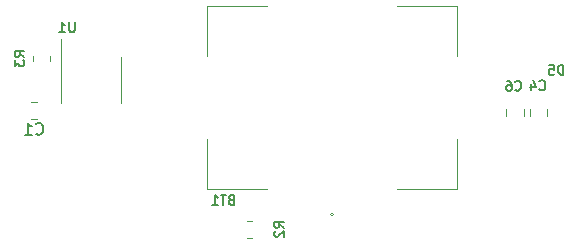
<source format=gbr>
%TF.GenerationSoftware,KiCad,Pcbnew,5.1.10-88a1d61d58~90~ubuntu20.04.1*%
%TF.CreationDate,2021-11-15T19:50:34+00:00*%
%TF.ProjectId,daughter_board,64617567-6874-4657-925f-626f6172642e,rev?*%
%TF.SameCoordinates,Original*%
%TF.FileFunction,Legend,Bot*%
%TF.FilePolarity,Positive*%
%FSLAX46Y46*%
G04 Gerber Fmt 4.6, Leading zero omitted, Abs format (unit mm)*
G04 Created by KiCad (PCBNEW 5.1.10-88a1d61d58~90~ubuntu20.04.1) date 2021-11-15 19:50:34*
%MOMM*%
%LPD*%
G01*
G04 APERTURE LIST*
%ADD10C,0.120000*%
%ADD11C,0.150000*%
G04 APERTURE END LIST*
D10*
%TO.C,C4*%
X154235000Y-109436252D02*
X154235000Y-108913748D01*
X152765000Y-109436252D02*
X152765000Y-108913748D01*
%TO.C,C1*%
X111061252Y-108265000D02*
X110538748Y-108265000D01*
X111061252Y-109735000D02*
X110538748Y-109735000D01*
%TO.C,BT1*%
X136150000Y-117800000D02*
G75*
G03*
X136150000Y-117800000I-125000J0D01*
G01*
X125475000Y-100175000D02*
X125475000Y-104425000D01*
X125475000Y-115675000D02*
X125475000Y-111425000D01*
X146575000Y-115675000D02*
X146575000Y-111425000D01*
X146575000Y-100175000D02*
X146575000Y-104425000D01*
X125475000Y-115675000D02*
X130525000Y-115675000D01*
X146575000Y-115675000D02*
X141525000Y-115675000D01*
X125475000Y-100175000D02*
X130525000Y-100175000D01*
X146575000Y-100175000D02*
X141525000Y-100175000D01*
%TO.C,C6*%
X152235000Y-109436252D02*
X152235000Y-108913748D01*
X150765000Y-109436252D02*
X150765000Y-108913748D01*
%TO.C,U1*%
X113040000Y-106400000D02*
X113040000Y-102950000D01*
X113040000Y-106400000D02*
X113040000Y-108350000D01*
X118160000Y-106400000D02*
X118160000Y-104450000D01*
X118160000Y-106400000D02*
X118160000Y-108350000D01*
%TO.C,R3*%
X112135000Y-104827064D02*
X112135000Y-104372936D01*
X110665000Y-104827064D02*
X110665000Y-104372936D01*
%TO.C,R2*%
X129252064Y-118365000D02*
X128797936Y-118365000D01*
X129252064Y-119835000D02*
X128797936Y-119835000D01*
%TO.C,C4*%
D11*
X153586666Y-107192857D02*
X153625714Y-107231904D01*
X153742857Y-107270952D01*
X153820952Y-107270952D01*
X153938095Y-107231904D01*
X154016190Y-107153809D01*
X154055238Y-107075714D01*
X154094285Y-106919523D01*
X154094285Y-106802380D01*
X154055238Y-106646190D01*
X154016190Y-106568095D01*
X153938095Y-106490000D01*
X153820952Y-106450952D01*
X153742857Y-106450952D01*
X153625714Y-106490000D01*
X153586666Y-106529047D01*
X152883809Y-106724285D02*
X152883809Y-107270952D01*
X153079047Y-106411904D02*
X153274285Y-106997619D01*
X152766666Y-106997619D01*
%TO.C,C1*%
X110966666Y-110957142D02*
X111014285Y-111004761D01*
X111157142Y-111052380D01*
X111252380Y-111052380D01*
X111395238Y-111004761D01*
X111490476Y-110909523D01*
X111538095Y-110814285D01*
X111585714Y-110623809D01*
X111585714Y-110480952D01*
X111538095Y-110290476D01*
X111490476Y-110195238D01*
X111395238Y-110100000D01*
X111252380Y-110052380D01*
X111157142Y-110052380D01*
X111014285Y-110100000D01*
X110966666Y-110147619D01*
X110014285Y-111052380D02*
X110585714Y-111052380D01*
X110300000Y-111052380D02*
X110300000Y-110052380D01*
X110395238Y-110195238D01*
X110490476Y-110290476D01*
X110585714Y-110338095D01*
%TO.C,BT1*%
X127479642Y-116541428D02*
X127362500Y-116580476D01*
X127323452Y-116619523D01*
X127284404Y-116697619D01*
X127284404Y-116814761D01*
X127323452Y-116892857D01*
X127362500Y-116931904D01*
X127440595Y-116970952D01*
X127752976Y-116970952D01*
X127752976Y-116150952D01*
X127479642Y-116150952D01*
X127401547Y-116190000D01*
X127362500Y-116229047D01*
X127323452Y-116307142D01*
X127323452Y-116385238D01*
X127362500Y-116463333D01*
X127401547Y-116502380D01*
X127479642Y-116541428D01*
X127752976Y-116541428D01*
X127050119Y-116150952D02*
X126581547Y-116150952D01*
X126815833Y-116970952D02*
X126815833Y-116150952D01*
X125878690Y-116970952D02*
X126347261Y-116970952D01*
X126112976Y-116970952D02*
X126112976Y-116150952D01*
X126191071Y-116268095D01*
X126269166Y-116346190D01*
X126347261Y-116385238D01*
%TO.C,C6*%
X151536666Y-107242857D02*
X151575714Y-107281904D01*
X151692857Y-107320952D01*
X151770952Y-107320952D01*
X151888095Y-107281904D01*
X151966190Y-107203809D01*
X152005238Y-107125714D01*
X152044285Y-106969523D01*
X152044285Y-106852380D01*
X152005238Y-106696190D01*
X151966190Y-106618095D01*
X151888095Y-106540000D01*
X151770952Y-106500952D01*
X151692857Y-106500952D01*
X151575714Y-106540000D01*
X151536666Y-106579047D01*
X150833809Y-106500952D02*
X150990000Y-106500952D01*
X151068095Y-106540000D01*
X151107142Y-106579047D01*
X151185238Y-106696190D01*
X151224285Y-106852380D01*
X151224285Y-107164761D01*
X151185238Y-107242857D01*
X151146190Y-107281904D01*
X151068095Y-107320952D01*
X150911904Y-107320952D01*
X150833809Y-107281904D01*
X150794761Y-107242857D01*
X150755714Y-107164761D01*
X150755714Y-106969523D01*
X150794761Y-106891428D01*
X150833809Y-106852380D01*
X150911904Y-106813333D01*
X151068095Y-106813333D01*
X151146190Y-106852380D01*
X151185238Y-106891428D01*
X151224285Y-106969523D01*
%TO.C,U1*%
X114224761Y-101550952D02*
X114224761Y-102214761D01*
X114185714Y-102292857D01*
X114146666Y-102331904D01*
X114068571Y-102370952D01*
X113912380Y-102370952D01*
X113834285Y-102331904D01*
X113795238Y-102292857D01*
X113756190Y-102214761D01*
X113756190Y-101550952D01*
X112936190Y-102370952D02*
X113404761Y-102370952D01*
X113170476Y-102370952D02*
X113170476Y-101550952D01*
X113248571Y-101668095D01*
X113326666Y-101746190D01*
X113404761Y-101785238D01*
%TO.C,D5*%
X155605238Y-105970952D02*
X155605238Y-105150952D01*
X155410000Y-105150952D01*
X155292857Y-105190000D01*
X155214761Y-105268095D01*
X155175714Y-105346190D01*
X155136666Y-105502380D01*
X155136666Y-105619523D01*
X155175714Y-105775714D01*
X155214761Y-105853809D01*
X155292857Y-105931904D01*
X155410000Y-105970952D01*
X155605238Y-105970952D01*
X154394761Y-105150952D02*
X154785238Y-105150952D01*
X154824285Y-105541428D01*
X154785238Y-105502380D01*
X154707142Y-105463333D01*
X154511904Y-105463333D01*
X154433809Y-105502380D01*
X154394761Y-105541428D01*
X154355714Y-105619523D01*
X154355714Y-105814761D01*
X154394761Y-105892857D01*
X154433809Y-105931904D01*
X154511904Y-105970952D01*
X154707142Y-105970952D01*
X154785238Y-105931904D01*
X154824285Y-105892857D01*
%TO.C,R3*%
X109970952Y-104463333D02*
X109580476Y-104190000D01*
X109970952Y-103994761D02*
X109150952Y-103994761D01*
X109150952Y-104307142D01*
X109190000Y-104385238D01*
X109229047Y-104424285D01*
X109307142Y-104463333D01*
X109424285Y-104463333D01*
X109502380Y-104424285D01*
X109541428Y-104385238D01*
X109580476Y-104307142D01*
X109580476Y-103994761D01*
X109150952Y-104736666D02*
X109150952Y-105244285D01*
X109463333Y-104970952D01*
X109463333Y-105088095D01*
X109502380Y-105166190D01*
X109541428Y-105205238D01*
X109619523Y-105244285D01*
X109814761Y-105244285D01*
X109892857Y-105205238D01*
X109931904Y-105166190D01*
X109970952Y-105088095D01*
X109970952Y-104853809D01*
X109931904Y-104775714D01*
X109892857Y-104736666D01*
%TO.C,R2*%
X131945952Y-118913333D02*
X131555476Y-118640000D01*
X131945952Y-118444761D02*
X131125952Y-118444761D01*
X131125952Y-118757142D01*
X131165000Y-118835238D01*
X131204047Y-118874285D01*
X131282142Y-118913333D01*
X131399285Y-118913333D01*
X131477380Y-118874285D01*
X131516428Y-118835238D01*
X131555476Y-118757142D01*
X131555476Y-118444761D01*
X131204047Y-119225714D02*
X131165000Y-119264761D01*
X131125952Y-119342857D01*
X131125952Y-119538095D01*
X131165000Y-119616190D01*
X131204047Y-119655238D01*
X131282142Y-119694285D01*
X131360238Y-119694285D01*
X131477380Y-119655238D01*
X131945952Y-119186666D01*
X131945952Y-119694285D01*
%TD*%
M02*

</source>
